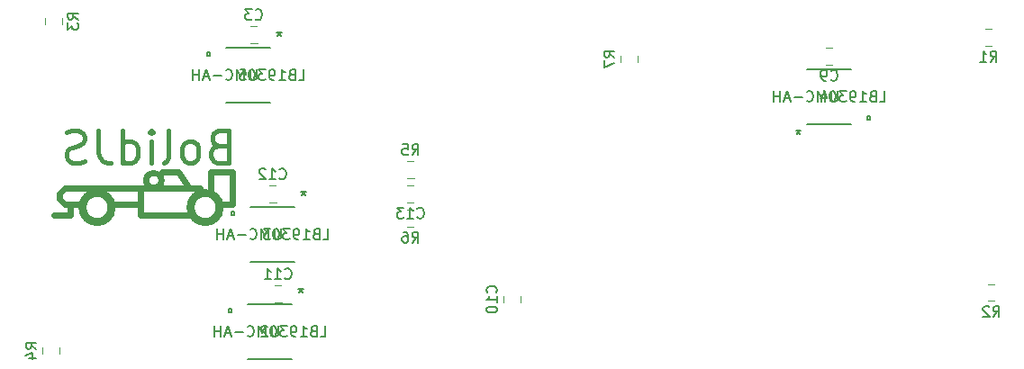
<source format=gbr>
%TF.GenerationSoftware,KiCad,Pcbnew,(5.1.6-0-10_14)*%
%TF.CreationDate,2020-10-29T22:09:48+01:00*%
%TF.ProjectId,bolidjs,626f6c69-646a-4732-9e6b-696361645f70,1.0*%
%TF.SameCoordinates,Original*%
%TF.FileFunction,Legend,Bot*%
%TF.FilePolarity,Positive*%
%FSLAX46Y46*%
G04 Gerber Fmt 4.6, Leading zero omitted, Abs format (unit mm)*
G04 Created by KiCad (PCBNEW (5.1.6-0-10_14)) date 2020-10-29 22:09:48*
%MOMM*%
%LPD*%
G01*
G04 APERTURE LIST*
%ADD10C,0.750000*%
%ADD11C,0.600000*%
%ADD12C,0.150000*%
%ADD13C,0.450000*%
%ADD14C,0.120000*%
%ADD15C,0.152400*%
G04 APERTURE END LIST*
D10*
X87473832Y-78994000D02*
G75*
G03*
X87473832Y-78994000I-1367832J0D01*
G01*
D11*
X98806000Y-75692000D02*
X96774000Y-75692000D01*
D12*
X92202000Y-77216000D02*
X94742000Y-77216000D01*
D11*
X82550000Y-77724000D02*
X82550000Y-78232000D01*
D12*
X84582000Y-78740000D02*
X85598000Y-77724000D01*
D11*
X82550000Y-78232000D02*
X83058000Y-78740000D01*
X93726000Y-75692000D02*
X92202000Y-75692000D01*
X83566000Y-79756000D02*
X82042000Y-79756000D01*
X94742000Y-77216000D02*
X93726000Y-75692000D01*
X92158420Y-76454000D02*
G75*
G03*
X92158420Y-76454000I-718420J0D01*
G01*
D10*
X97633832Y-78994000D02*
G75*
G03*
X97633832Y-78994000I-1367832J0D01*
G01*
D11*
X83058000Y-78740000D02*
X84582000Y-78740000D01*
D12*
X92202000Y-75692000D02*
X92202000Y-77216000D01*
D11*
X87630000Y-78740000D02*
X90170000Y-78740000D01*
X83058000Y-77216000D02*
X82550000Y-77724000D01*
D12*
X85598000Y-77724000D02*
X86614000Y-77724000D01*
D11*
X90170000Y-78740000D02*
X90170000Y-77216000D01*
X83566000Y-78740000D02*
X83566000Y-79756000D01*
D12*
X86614000Y-77724000D02*
X87630000Y-78740000D01*
X96774000Y-77724000D02*
X97790000Y-78740000D01*
X95758000Y-77216000D02*
X94742000Y-79756000D01*
D11*
X90170000Y-77216000D02*
X83058000Y-77216000D01*
X97790000Y-78740000D02*
X98806000Y-78740000D01*
X90170000Y-79756000D02*
X90170000Y-77216000D01*
X94742000Y-79756000D02*
X90170000Y-79756000D01*
X90170000Y-77216000D02*
X95758000Y-77216000D01*
X98806000Y-78740000D02*
X98806000Y-75692000D01*
X96774000Y-75692000D02*
X96774000Y-77724000D01*
D13*
X97503428Y-73191714D02*
X97074857Y-73334571D01*
X96932000Y-73477428D01*
X96789142Y-73763142D01*
X96789142Y-74191714D01*
X96932000Y-74477428D01*
X97074857Y-74620285D01*
X97360571Y-74763142D01*
X98503428Y-74763142D01*
X98503428Y-71763142D01*
X97503428Y-71763142D01*
X97217714Y-71906000D01*
X97074857Y-72048857D01*
X96932000Y-72334571D01*
X96932000Y-72620285D01*
X97074857Y-72906000D01*
X97217714Y-73048857D01*
X97503428Y-73191714D01*
X98503428Y-73191714D01*
X95074857Y-74763142D02*
X95360571Y-74620285D01*
X95503428Y-74477428D01*
X95646285Y-74191714D01*
X95646285Y-73334571D01*
X95503428Y-73048857D01*
X95360571Y-72906000D01*
X95074857Y-72763142D01*
X94646285Y-72763142D01*
X94360571Y-72906000D01*
X94217714Y-73048857D01*
X94074857Y-73334571D01*
X94074857Y-74191714D01*
X94217714Y-74477428D01*
X94360571Y-74620285D01*
X94646285Y-74763142D01*
X95074857Y-74763142D01*
X92360571Y-74763142D02*
X92646285Y-74620285D01*
X92789142Y-74334571D01*
X92789142Y-71763142D01*
X91217714Y-74763142D02*
X91217714Y-72763142D01*
X91217714Y-71763142D02*
X91360571Y-71906000D01*
X91217714Y-72048857D01*
X91074857Y-71906000D01*
X91217714Y-71763142D01*
X91217714Y-72048857D01*
X88503428Y-74763142D02*
X88503428Y-71763142D01*
X88503428Y-74620285D02*
X88789142Y-74763142D01*
X89360571Y-74763142D01*
X89646285Y-74620285D01*
X89789142Y-74477428D01*
X89932000Y-74191714D01*
X89932000Y-73334571D01*
X89789142Y-73048857D01*
X89646285Y-72906000D01*
X89360571Y-72763142D01*
X88789142Y-72763142D01*
X88503428Y-72906000D01*
X86217714Y-71763142D02*
X86217714Y-73906000D01*
X86360571Y-74334571D01*
X86646285Y-74620285D01*
X87074857Y-74763142D01*
X87360571Y-74763142D01*
X84932000Y-74620285D02*
X84503428Y-74763142D01*
X83789142Y-74763142D01*
X83503428Y-74620285D01*
X83360571Y-74477428D01*
X83217714Y-74191714D01*
X83217714Y-73906000D01*
X83360571Y-73620285D01*
X83503428Y-73477428D01*
X83789142Y-73334571D01*
X84360571Y-73191714D01*
X84646285Y-73048857D01*
X84789142Y-72906000D01*
X84932000Y-72620285D01*
X84932000Y-72334571D01*
X84789142Y-72048857D01*
X84646285Y-71906000D01*
X84360571Y-71763142D01*
X83646285Y-71763142D01*
X83217714Y-71906000D01*
D14*
%TO.C,R7*%
X136944000Y-64704000D02*
X136944000Y-65304000D01*
X135344000Y-64724000D02*
X135344000Y-65324000D01*
%TO.C,C3*%
X101138000Y-61938000D02*
X100538000Y-61938000D01*
X101158000Y-63538000D02*
X100558000Y-63538000D01*
%TO.C,C9*%
X154620000Y-63970000D02*
X155220000Y-63970000D01*
X154640000Y-65570000D02*
X155240000Y-65570000D01*
%TO.C,C10*%
X124295000Y-87330000D02*
X124295000Y-87930000D01*
X125895000Y-87310000D02*
X125895000Y-87910000D01*
%TO.C,C11*%
X103444000Y-87922000D02*
X102844000Y-87922000D01*
X103424000Y-86322000D02*
X102824000Y-86322000D01*
%TO.C,C12*%
X102916000Y-76924000D02*
X102316000Y-76924000D01*
X102936000Y-78524000D02*
X102336000Y-78524000D01*
%TO.C,C13*%
X115250000Y-76924000D02*
X115850000Y-76924000D01*
X115270000Y-78524000D02*
X115870000Y-78524000D01*
%TO.C,R1*%
X169606000Y-62192000D02*
X170206000Y-62192000D01*
X169626000Y-63792000D02*
X170226000Y-63792000D01*
%TO.C,R2*%
X169880000Y-87795000D02*
X170480000Y-87795000D01*
X169860000Y-86195000D02*
X170460000Y-86195000D01*
%TO.C,R3*%
X81242000Y-61788000D02*
X81242000Y-61188000D01*
X82842000Y-61768000D02*
X82842000Y-61168000D01*
%TO.C,R4*%
X80988000Y-92156000D02*
X80988000Y-92756000D01*
X82588000Y-92136000D02*
X82588000Y-92736000D01*
%TO.C,R5*%
X115890000Y-76238000D02*
X115290000Y-76238000D01*
X115870000Y-74638000D02*
X115270000Y-74638000D01*
%TO.C,R6*%
X115270000Y-80810000D02*
X115870000Y-80810000D01*
X115250000Y-79210000D02*
X115850000Y-79210000D01*
D15*
%TO.C,U2*%
X104444800Y-93256100D02*
X100279200Y-93256100D01*
X100279200Y-88099900D02*
X104444800Y-88099900D01*
X98506801Y-88487499D02*
X98506801Y-88868499D01*
X98506801Y-88868499D02*
X98760801Y-88868499D01*
X98760801Y-88868499D02*
X98760801Y-88487499D01*
X98760801Y-88487499D02*
X98506801Y-88487499D01*
%TO.C,U3*%
X99014801Y-79343499D02*
X98760801Y-79343499D01*
X99014801Y-79724499D02*
X99014801Y-79343499D01*
X98760801Y-79724499D02*
X99014801Y-79724499D01*
X98760801Y-79343499D02*
X98760801Y-79724499D01*
X100533200Y-78955900D02*
X104698800Y-78955900D01*
X104698800Y-84112100D02*
X100533200Y-84112100D01*
%TO.C,U4*%
X152857200Y-66001900D02*
X157022800Y-66001900D01*
X157022800Y-71158100D02*
X152857200Y-71158100D01*
X158795199Y-70770501D02*
X158795199Y-70389501D01*
X158795199Y-70389501D02*
X158541199Y-70389501D01*
X158541199Y-70389501D02*
X158541199Y-70770501D01*
X158541199Y-70770501D02*
X158795199Y-70770501D01*
%TO.C,U5*%
X96728801Y-64357499D02*
X96474801Y-64357499D01*
X96728801Y-64738499D02*
X96728801Y-64357499D01*
X96474801Y-64738499D02*
X96728801Y-64738499D01*
X96474801Y-64357499D02*
X96474801Y-64738499D01*
X98247200Y-63969900D02*
X102412800Y-63969900D01*
X102412800Y-69126100D02*
X98247200Y-69126100D01*
%TO.C,R7*%
D12*
X134756380Y-64857333D02*
X134280190Y-64524000D01*
X134756380Y-64285904D02*
X133756380Y-64285904D01*
X133756380Y-64666857D01*
X133804000Y-64762095D01*
X133851619Y-64809714D01*
X133946857Y-64857333D01*
X134089714Y-64857333D01*
X134184952Y-64809714D01*
X134232571Y-64762095D01*
X134280190Y-64666857D01*
X134280190Y-64285904D01*
X133756380Y-65190666D02*
X133756380Y-65857333D01*
X134756380Y-65428761D01*
%TO.C,C3*%
X101004666Y-61255142D02*
X101052285Y-61302761D01*
X101195142Y-61350380D01*
X101290380Y-61350380D01*
X101433238Y-61302761D01*
X101528476Y-61207523D01*
X101576095Y-61112285D01*
X101623714Y-60921809D01*
X101623714Y-60778952D01*
X101576095Y-60588476D01*
X101528476Y-60493238D01*
X101433238Y-60398000D01*
X101290380Y-60350380D01*
X101195142Y-60350380D01*
X101052285Y-60398000D01*
X101004666Y-60445619D01*
X100671333Y-60350380D02*
X100052285Y-60350380D01*
X100385619Y-60731333D01*
X100242761Y-60731333D01*
X100147523Y-60778952D01*
X100099904Y-60826571D01*
X100052285Y-60921809D01*
X100052285Y-61159904D01*
X100099904Y-61255142D01*
X100147523Y-61302761D01*
X100242761Y-61350380D01*
X100528476Y-61350380D01*
X100623714Y-61302761D01*
X100671333Y-61255142D01*
%TO.C,C9*%
X155106666Y-66967142D02*
X155154285Y-67014761D01*
X155297142Y-67062380D01*
X155392380Y-67062380D01*
X155535238Y-67014761D01*
X155630476Y-66919523D01*
X155678095Y-66824285D01*
X155725714Y-66633809D01*
X155725714Y-66490952D01*
X155678095Y-66300476D01*
X155630476Y-66205238D01*
X155535238Y-66110000D01*
X155392380Y-66062380D01*
X155297142Y-66062380D01*
X155154285Y-66110000D01*
X155106666Y-66157619D01*
X154630476Y-67062380D02*
X154440000Y-67062380D01*
X154344761Y-67014761D01*
X154297142Y-66967142D01*
X154201904Y-66824285D01*
X154154285Y-66633809D01*
X154154285Y-66252857D01*
X154201904Y-66157619D01*
X154249523Y-66110000D01*
X154344761Y-66062380D01*
X154535238Y-66062380D01*
X154630476Y-66110000D01*
X154678095Y-66157619D01*
X154725714Y-66252857D01*
X154725714Y-66490952D01*
X154678095Y-66586190D01*
X154630476Y-66633809D01*
X154535238Y-66681428D01*
X154344761Y-66681428D01*
X154249523Y-66633809D01*
X154201904Y-66586190D01*
X154154285Y-66490952D01*
%TO.C,C10*%
X123612142Y-86987142D02*
X123659761Y-86939523D01*
X123707380Y-86796666D01*
X123707380Y-86701428D01*
X123659761Y-86558571D01*
X123564523Y-86463333D01*
X123469285Y-86415714D01*
X123278809Y-86368095D01*
X123135952Y-86368095D01*
X122945476Y-86415714D01*
X122850238Y-86463333D01*
X122755000Y-86558571D01*
X122707380Y-86701428D01*
X122707380Y-86796666D01*
X122755000Y-86939523D01*
X122802619Y-86987142D01*
X123707380Y-87939523D02*
X123707380Y-87368095D01*
X123707380Y-87653809D02*
X122707380Y-87653809D01*
X122850238Y-87558571D01*
X122945476Y-87463333D01*
X122993095Y-87368095D01*
X122707380Y-88558571D02*
X122707380Y-88653809D01*
X122755000Y-88749047D01*
X122802619Y-88796666D01*
X122897857Y-88844285D01*
X123088333Y-88891904D01*
X123326428Y-88891904D01*
X123516904Y-88844285D01*
X123612142Y-88796666D01*
X123659761Y-88749047D01*
X123707380Y-88653809D01*
X123707380Y-88558571D01*
X123659761Y-88463333D01*
X123612142Y-88415714D01*
X123516904Y-88368095D01*
X123326428Y-88320476D01*
X123088333Y-88320476D01*
X122897857Y-88368095D01*
X122802619Y-88415714D01*
X122755000Y-88463333D01*
X122707380Y-88558571D01*
%TO.C,C11*%
X103766857Y-85639142D02*
X103814476Y-85686761D01*
X103957333Y-85734380D01*
X104052571Y-85734380D01*
X104195428Y-85686761D01*
X104290666Y-85591523D01*
X104338285Y-85496285D01*
X104385904Y-85305809D01*
X104385904Y-85162952D01*
X104338285Y-84972476D01*
X104290666Y-84877238D01*
X104195428Y-84782000D01*
X104052571Y-84734380D01*
X103957333Y-84734380D01*
X103814476Y-84782000D01*
X103766857Y-84829619D01*
X102814476Y-85734380D02*
X103385904Y-85734380D01*
X103100190Y-85734380D02*
X103100190Y-84734380D01*
X103195428Y-84877238D01*
X103290666Y-84972476D01*
X103385904Y-85020095D01*
X101862095Y-85734380D02*
X102433523Y-85734380D01*
X102147809Y-85734380D02*
X102147809Y-84734380D01*
X102243047Y-84877238D01*
X102338285Y-84972476D01*
X102433523Y-85020095D01*
%TO.C,C12*%
X103258857Y-76241142D02*
X103306476Y-76288761D01*
X103449333Y-76336380D01*
X103544571Y-76336380D01*
X103687428Y-76288761D01*
X103782666Y-76193523D01*
X103830285Y-76098285D01*
X103877904Y-75907809D01*
X103877904Y-75764952D01*
X103830285Y-75574476D01*
X103782666Y-75479238D01*
X103687428Y-75384000D01*
X103544571Y-75336380D01*
X103449333Y-75336380D01*
X103306476Y-75384000D01*
X103258857Y-75431619D01*
X102306476Y-76336380D02*
X102877904Y-76336380D01*
X102592190Y-76336380D02*
X102592190Y-75336380D01*
X102687428Y-75479238D01*
X102782666Y-75574476D01*
X102877904Y-75622095D01*
X101925523Y-75431619D02*
X101877904Y-75384000D01*
X101782666Y-75336380D01*
X101544571Y-75336380D01*
X101449333Y-75384000D01*
X101401714Y-75431619D01*
X101354095Y-75526857D01*
X101354095Y-75622095D01*
X101401714Y-75764952D01*
X101973142Y-76336380D01*
X101354095Y-76336380D01*
%TO.C,C13*%
X116212857Y-79921142D02*
X116260476Y-79968761D01*
X116403333Y-80016380D01*
X116498571Y-80016380D01*
X116641428Y-79968761D01*
X116736666Y-79873523D01*
X116784285Y-79778285D01*
X116831904Y-79587809D01*
X116831904Y-79444952D01*
X116784285Y-79254476D01*
X116736666Y-79159238D01*
X116641428Y-79064000D01*
X116498571Y-79016380D01*
X116403333Y-79016380D01*
X116260476Y-79064000D01*
X116212857Y-79111619D01*
X115260476Y-80016380D02*
X115831904Y-80016380D01*
X115546190Y-80016380D02*
X115546190Y-79016380D01*
X115641428Y-79159238D01*
X115736666Y-79254476D01*
X115831904Y-79302095D01*
X114927142Y-79016380D02*
X114308095Y-79016380D01*
X114641428Y-79397333D01*
X114498571Y-79397333D01*
X114403333Y-79444952D01*
X114355714Y-79492571D01*
X114308095Y-79587809D01*
X114308095Y-79825904D01*
X114355714Y-79921142D01*
X114403333Y-79968761D01*
X114498571Y-80016380D01*
X114784285Y-80016380D01*
X114879523Y-79968761D01*
X114927142Y-79921142D01*
%TO.C,R1*%
X170092666Y-65284380D02*
X170426000Y-64808190D01*
X170664095Y-65284380D02*
X170664095Y-64284380D01*
X170283142Y-64284380D01*
X170187904Y-64332000D01*
X170140285Y-64379619D01*
X170092666Y-64474857D01*
X170092666Y-64617714D01*
X170140285Y-64712952D01*
X170187904Y-64760571D01*
X170283142Y-64808190D01*
X170664095Y-64808190D01*
X169140285Y-65284380D02*
X169711714Y-65284380D01*
X169426000Y-65284380D02*
X169426000Y-64284380D01*
X169521238Y-64427238D01*
X169616476Y-64522476D01*
X169711714Y-64570095D01*
%TO.C,R2*%
X170346666Y-89287380D02*
X170680000Y-88811190D01*
X170918095Y-89287380D02*
X170918095Y-88287380D01*
X170537142Y-88287380D01*
X170441904Y-88335000D01*
X170394285Y-88382619D01*
X170346666Y-88477857D01*
X170346666Y-88620714D01*
X170394285Y-88715952D01*
X170441904Y-88763571D01*
X170537142Y-88811190D01*
X170918095Y-88811190D01*
X169965714Y-88382619D02*
X169918095Y-88335000D01*
X169822857Y-88287380D01*
X169584761Y-88287380D01*
X169489523Y-88335000D01*
X169441904Y-88382619D01*
X169394285Y-88477857D01*
X169394285Y-88573095D01*
X169441904Y-88715952D01*
X170013333Y-89287380D01*
X169394285Y-89287380D01*
%TO.C,R3*%
X84334380Y-61301333D02*
X83858190Y-60968000D01*
X84334380Y-60729904D02*
X83334380Y-60729904D01*
X83334380Y-61110857D01*
X83382000Y-61206095D01*
X83429619Y-61253714D01*
X83524857Y-61301333D01*
X83667714Y-61301333D01*
X83762952Y-61253714D01*
X83810571Y-61206095D01*
X83858190Y-61110857D01*
X83858190Y-60729904D01*
X83334380Y-61634666D02*
X83334380Y-62253714D01*
X83715333Y-61920380D01*
X83715333Y-62063238D01*
X83762952Y-62158476D01*
X83810571Y-62206095D01*
X83905809Y-62253714D01*
X84143904Y-62253714D01*
X84239142Y-62206095D01*
X84286761Y-62158476D01*
X84334380Y-62063238D01*
X84334380Y-61777523D01*
X84286761Y-61682285D01*
X84239142Y-61634666D01*
%TO.C,R4*%
X80400380Y-92289333D02*
X79924190Y-91956000D01*
X80400380Y-91717904D02*
X79400380Y-91717904D01*
X79400380Y-92098857D01*
X79448000Y-92194095D01*
X79495619Y-92241714D01*
X79590857Y-92289333D01*
X79733714Y-92289333D01*
X79828952Y-92241714D01*
X79876571Y-92194095D01*
X79924190Y-92098857D01*
X79924190Y-91717904D01*
X79733714Y-93146476D02*
X80400380Y-93146476D01*
X79352761Y-92908380D02*
X80067047Y-92670285D01*
X80067047Y-93289333D01*
%TO.C,R5*%
X115736666Y-74050380D02*
X116070000Y-73574190D01*
X116308095Y-74050380D02*
X116308095Y-73050380D01*
X115927142Y-73050380D01*
X115831904Y-73098000D01*
X115784285Y-73145619D01*
X115736666Y-73240857D01*
X115736666Y-73383714D01*
X115784285Y-73478952D01*
X115831904Y-73526571D01*
X115927142Y-73574190D01*
X116308095Y-73574190D01*
X114831904Y-73050380D02*
X115308095Y-73050380D01*
X115355714Y-73526571D01*
X115308095Y-73478952D01*
X115212857Y-73431333D01*
X114974761Y-73431333D01*
X114879523Y-73478952D01*
X114831904Y-73526571D01*
X114784285Y-73621809D01*
X114784285Y-73859904D01*
X114831904Y-73955142D01*
X114879523Y-74002761D01*
X114974761Y-74050380D01*
X115212857Y-74050380D01*
X115308095Y-74002761D01*
X115355714Y-73955142D01*
%TO.C,R6*%
X115736666Y-82302380D02*
X116070000Y-81826190D01*
X116308095Y-82302380D02*
X116308095Y-81302380D01*
X115927142Y-81302380D01*
X115831904Y-81350000D01*
X115784285Y-81397619D01*
X115736666Y-81492857D01*
X115736666Y-81635714D01*
X115784285Y-81730952D01*
X115831904Y-81778571D01*
X115927142Y-81826190D01*
X116308095Y-81826190D01*
X114879523Y-81302380D02*
X115070000Y-81302380D01*
X115165238Y-81350000D01*
X115212857Y-81397619D01*
X115308095Y-81540476D01*
X115355714Y-81730952D01*
X115355714Y-82111904D01*
X115308095Y-82207142D01*
X115260476Y-82254761D01*
X115165238Y-82302380D01*
X114974761Y-82302380D01*
X114879523Y-82254761D01*
X114831904Y-82207142D01*
X114784285Y-82111904D01*
X114784285Y-81873809D01*
X114831904Y-81778571D01*
X114879523Y-81730952D01*
X114974761Y-81683333D01*
X115165238Y-81683333D01*
X115260476Y-81730952D01*
X115308095Y-81778571D01*
X115355714Y-81873809D01*
%TO.C,U2*%
X103123904Y-90130380D02*
X103123904Y-90939904D01*
X103076285Y-91035142D01*
X103028666Y-91082761D01*
X102933428Y-91130380D01*
X102742952Y-91130380D01*
X102647714Y-91082761D01*
X102600095Y-91035142D01*
X102552476Y-90939904D01*
X102552476Y-90130380D01*
X102123904Y-90225619D02*
X102076285Y-90178000D01*
X101981047Y-90130380D01*
X101742952Y-90130380D01*
X101647714Y-90178000D01*
X101600095Y-90225619D01*
X101552476Y-90320857D01*
X101552476Y-90416095D01*
X101600095Y-90558952D01*
X102171523Y-91130380D01*
X101552476Y-91130380D01*
X107100095Y-91130380D02*
X107576285Y-91130380D01*
X107576285Y-90130380D01*
X106433428Y-90606571D02*
X106290571Y-90654190D01*
X106242952Y-90701809D01*
X106195333Y-90797047D01*
X106195333Y-90939904D01*
X106242952Y-91035142D01*
X106290571Y-91082761D01*
X106385809Y-91130380D01*
X106766761Y-91130380D01*
X106766761Y-90130380D01*
X106433428Y-90130380D01*
X106338190Y-90178000D01*
X106290571Y-90225619D01*
X106242952Y-90320857D01*
X106242952Y-90416095D01*
X106290571Y-90511333D01*
X106338190Y-90558952D01*
X106433428Y-90606571D01*
X106766761Y-90606571D01*
X105242952Y-91130380D02*
X105814380Y-91130380D01*
X105528666Y-91130380D02*
X105528666Y-90130380D01*
X105623904Y-90273238D01*
X105719142Y-90368476D01*
X105814380Y-90416095D01*
X104766761Y-91130380D02*
X104576285Y-91130380D01*
X104481047Y-91082761D01*
X104433428Y-91035142D01*
X104338190Y-90892285D01*
X104290571Y-90701809D01*
X104290571Y-90320857D01*
X104338190Y-90225619D01*
X104385809Y-90178000D01*
X104481047Y-90130380D01*
X104671523Y-90130380D01*
X104766761Y-90178000D01*
X104814380Y-90225619D01*
X104862000Y-90320857D01*
X104862000Y-90558952D01*
X104814380Y-90654190D01*
X104766761Y-90701809D01*
X104671523Y-90749428D01*
X104481047Y-90749428D01*
X104385809Y-90701809D01*
X104338190Y-90654190D01*
X104290571Y-90558952D01*
X103957238Y-90130380D02*
X103338190Y-90130380D01*
X103671523Y-90511333D01*
X103528666Y-90511333D01*
X103433428Y-90558952D01*
X103385809Y-90606571D01*
X103338190Y-90701809D01*
X103338190Y-90939904D01*
X103385809Y-91035142D01*
X103433428Y-91082761D01*
X103528666Y-91130380D01*
X103814380Y-91130380D01*
X103909619Y-91082761D01*
X103957238Y-91035142D01*
X102719142Y-90130380D02*
X102623904Y-90130380D01*
X102528666Y-90178000D01*
X102481047Y-90225619D01*
X102433428Y-90320857D01*
X102385809Y-90511333D01*
X102385809Y-90749428D01*
X102433428Y-90939904D01*
X102481047Y-91035142D01*
X102528666Y-91082761D01*
X102623904Y-91130380D01*
X102719142Y-91130380D01*
X102814380Y-91082761D01*
X102862000Y-91035142D01*
X102909619Y-90939904D01*
X102957238Y-90749428D01*
X102957238Y-90511333D01*
X102909619Y-90320857D01*
X102862000Y-90225619D01*
X102814380Y-90178000D01*
X102719142Y-90130380D01*
X101957238Y-91130380D02*
X101957238Y-90130380D01*
X101623904Y-90844666D01*
X101290571Y-90130380D01*
X101290571Y-91130380D01*
X100242952Y-91035142D02*
X100290571Y-91082761D01*
X100433428Y-91130380D01*
X100528666Y-91130380D01*
X100671523Y-91082761D01*
X100766761Y-90987523D01*
X100814380Y-90892285D01*
X100862000Y-90701809D01*
X100862000Y-90558952D01*
X100814380Y-90368476D01*
X100766761Y-90273238D01*
X100671523Y-90178000D01*
X100528666Y-90130380D01*
X100433428Y-90130380D01*
X100290571Y-90178000D01*
X100242952Y-90225619D01*
X99814380Y-90749428D02*
X99052476Y-90749428D01*
X98623904Y-90844666D02*
X98147714Y-90844666D01*
X98719142Y-91130380D02*
X98385809Y-90130380D01*
X98052476Y-91130380D01*
X97719142Y-91130380D02*
X97719142Y-90130380D01*
X97719142Y-90606571D02*
X97147714Y-90606571D01*
X97147714Y-91130380D02*
X97147714Y-90130380D01*
X105267500Y-86530980D02*
X105267500Y-86769076D01*
X105505595Y-86673838D02*
X105267500Y-86769076D01*
X105029404Y-86673838D01*
X105410357Y-86959552D02*
X105267500Y-86769076D01*
X105124642Y-86959552D01*
X105267500Y-86530980D02*
X105267500Y-86769076D01*
X105505595Y-86673838D02*
X105267500Y-86769076D01*
X105029404Y-86673838D01*
X105410357Y-86959552D02*
X105267500Y-86769076D01*
X105124642Y-86959552D01*
%TO.C,U3*%
X103377904Y-80986380D02*
X103377904Y-81795904D01*
X103330285Y-81891142D01*
X103282666Y-81938761D01*
X103187428Y-81986380D01*
X102996952Y-81986380D01*
X102901714Y-81938761D01*
X102854095Y-81891142D01*
X102806476Y-81795904D01*
X102806476Y-80986380D01*
X102425523Y-80986380D02*
X101806476Y-80986380D01*
X102139809Y-81367333D01*
X101996952Y-81367333D01*
X101901714Y-81414952D01*
X101854095Y-81462571D01*
X101806476Y-81557809D01*
X101806476Y-81795904D01*
X101854095Y-81891142D01*
X101901714Y-81938761D01*
X101996952Y-81986380D01*
X102282666Y-81986380D01*
X102377904Y-81938761D01*
X102425523Y-81891142D01*
X107354095Y-81986380D02*
X107830285Y-81986380D01*
X107830285Y-80986380D01*
X106687428Y-81462571D02*
X106544571Y-81510190D01*
X106496952Y-81557809D01*
X106449333Y-81653047D01*
X106449333Y-81795904D01*
X106496952Y-81891142D01*
X106544571Y-81938761D01*
X106639809Y-81986380D01*
X107020761Y-81986380D01*
X107020761Y-80986380D01*
X106687428Y-80986380D01*
X106592190Y-81034000D01*
X106544571Y-81081619D01*
X106496952Y-81176857D01*
X106496952Y-81272095D01*
X106544571Y-81367333D01*
X106592190Y-81414952D01*
X106687428Y-81462571D01*
X107020761Y-81462571D01*
X105496952Y-81986380D02*
X106068380Y-81986380D01*
X105782666Y-81986380D02*
X105782666Y-80986380D01*
X105877904Y-81129238D01*
X105973142Y-81224476D01*
X106068380Y-81272095D01*
X105020761Y-81986380D02*
X104830285Y-81986380D01*
X104735047Y-81938761D01*
X104687428Y-81891142D01*
X104592190Y-81748285D01*
X104544571Y-81557809D01*
X104544571Y-81176857D01*
X104592190Y-81081619D01*
X104639809Y-81034000D01*
X104735047Y-80986380D01*
X104925523Y-80986380D01*
X105020761Y-81034000D01*
X105068380Y-81081619D01*
X105116000Y-81176857D01*
X105116000Y-81414952D01*
X105068380Y-81510190D01*
X105020761Y-81557809D01*
X104925523Y-81605428D01*
X104735047Y-81605428D01*
X104639809Y-81557809D01*
X104592190Y-81510190D01*
X104544571Y-81414952D01*
X104211238Y-80986380D02*
X103592190Y-80986380D01*
X103925523Y-81367333D01*
X103782666Y-81367333D01*
X103687428Y-81414952D01*
X103639809Y-81462571D01*
X103592190Y-81557809D01*
X103592190Y-81795904D01*
X103639809Y-81891142D01*
X103687428Y-81938761D01*
X103782666Y-81986380D01*
X104068380Y-81986380D01*
X104163619Y-81938761D01*
X104211238Y-81891142D01*
X102973142Y-80986380D02*
X102877904Y-80986380D01*
X102782666Y-81034000D01*
X102735047Y-81081619D01*
X102687428Y-81176857D01*
X102639809Y-81367333D01*
X102639809Y-81605428D01*
X102687428Y-81795904D01*
X102735047Y-81891142D01*
X102782666Y-81938761D01*
X102877904Y-81986380D01*
X102973142Y-81986380D01*
X103068380Y-81938761D01*
X103116000Y-81891142D01*
X103163619Y-81795904D01*
X103211238Y-81605428D01*
X103211238Y-81367333D01*
X103163619Y-81176857D01*
X103116000Y-81081619D01*
X103068380Y-81034000D01*
X102973142Y-80986380D01*
X102211238Y-81986380D02*
X102211238Y-80986380D01*
X101877904Y-81700666D01*
X101544571Y-80986380D01*
X101544571Y-81986380D01*
X100496952Y-81891142D02*
X100544571Y-81938761D01*
X100687428Y-81986380D01*
X100782666Y-81986380D01*
X100925523Y-81938761D01*
X101020761Y-81843523D01*
X101068380Y-81748285D01*
X101116000Y-81557809D01*
X101116000Y-81414952D01*
X101068380Y-81224476D01*
X101020761Y-81129238D01*
X100925523Y-81034000D01*
X100782666Y-80986380D01*
X100687428Y-80986380D01*
X100544571Y-81034000D01*
X100496952Y-81081619D01*
X100068380Y-81605428D02*
X99306476Y-81605428D01*
X98877904Y-81700666D02*
X98401714Y-81700666D01*
X98973142Y-81986380D02*
X98639809Y-80986380D01*
X98306476Y-81986380D01*
X97973142Y-81986380D02*
X97973142Y-80986380D01*
X97973142Y-81462571D02*
X97401714Y-81462571D01*
X97401714Y-81986380D02*
X97401714Y-80986380D01*
X105521500Y-77386980D02*
X105521500Y-77625076D01*
X105759595Y-77529838D02*
X105521500Y-77625076D01*
X105283404Y-77529838D01*
X105664357Y-77815552D02*
X105521500Y-77625076D01*
X105378642Y-77815552D01*
X105521500Y-77386980D02*
X105521500Y-77625076D01*
X105759595Y-77529838D02*
X105521500Y-77625076D01*
X105283404Y-77529838D01*
X105664357Y-77815552D02*
X105521500Y-77625076D01*
X105378642Y-77815552D01*
%TO.C,U4*%
X155701904Y-68032380D02*
X155701904Y-68841904D01*
X155654285Y-68937142D01*
X155606666Y-68984761D01*
X155511428Y-69032380D01*
X155320952Y-69032380D01*
X155225714Y-68984761D01*
X155178095Y-68937142D01*
X155130476Y-68841904D01*
X155130476Y-68032380D01*
X154225714Y-68365714D02*
X154225714Y-69032380D01*
X154463809Y-67984761D02*
X154701904Y-68699047D01*
X154082857Y-68699047D01*
X159678095Y-69032380D02*
X160154285Y-69032380D01*
X160154285Y-68032380D01*
X159011428Y-68508571D02*
X158868571Y-68556190D01*
X158820952Y-68603809D01*
X158773333Y-68699047D01*
X158773333Y-68841904D01*
X158820952Y-68937142D01*
X158868571Y-68984761D01*
X158963809Y-69032380D01*
X159344761Y-69032380D01*
X159344761Y-68032380D01*
X159011428Y-68032380D01*
X158916190Y-68080000D01*
X158868571Y-68127619D01*
X158820952Y-68222857D01*
X158820952Y-68318095D01*
X158868571Y-68413333D01*
X158916190Y-68460952D01*
X159011428Y-68508571D01*
X159344761Y-68508571D01*
X157820952Y-69032380D02*
X158392380Y-69032380D01*
X158106666Y-69032380D02*
X158106666Y-68032380D01*
X158201904Y-68175238D01*
X158297142Y-68270476D01*
X158392380Y-68318095D01*
X157344761Y-69032380D02*
X157154285Y-69032380D01*
X157059047Y-68984761D01*
X157011428Y-68937142D01*
X156916190Y-68794285D01*
X156868571Y-68603809D01*
X156868571Y-68222857D01*
X156916190Y-68127619D01*
X156963809Y-68080000D01*
X157059047Y-68032380D01*
X157249523Y-68032380D01*
X157344761Y-68080000D01*
X157392380Y-68127619D01*
X157440000Y-68222857D01*
X157440000Y-68460952D01*
X157392380Y-68556190D01*
X157344761Y-68603809D01*
X157249523Y-68651428D01*
X157059047Y-68651428D01*
X156963809Y-68603809D01*
X156916190Y-68556190D01*
X156868571Y-68460952D01*
X156535238Y-68032380D02*
X155916190Y-68032380D01*
X156249523Y-68413333D01*
X156106666Y-68413333D01*
X156011428Y-68460952D01*
X155963809Y-68508571D01*
X155916190Y-68603809D01*
X155916190Y-68841904D01*
X155963809Y-68937142D01*
X156011428Y-68984761D01*
X156106666Y-69032380D01*
X156392380Y-69032380D01*
X156487619Y-68984761D01*
X156535238Y-68937142D01*
X155297142Y-68032380D02*
X155201904Y-68032380D01*
X155106666Y-68080000D01*
X155059047Y-68127619D01*
X155011428Y-68222857D01*
X154963809Y-68413333D01*
X154963809Y-68651428D01*
X155011428Y-68841904D01*
X155059047Y-68937142D01*
X155106666Y-68984761D01*
X155201904Y-69032380D01*
X155297142Y-69032380D01*
X155392380Y-68984761D01*
X155440000Y-68937142D01*
X155487619Y-68841904D01*
X155535238Y-68651428D01*
X155535238Y-68413333D01*
X155487619Y-68222857D01*
X155440000Y-68127619D01*
X155392380Y-68080000D01*
X155297142Y-68032380D01*
X154535238Y-69032380D02*
X154535238Y-68032380D01*
X154201904Y-68746666D01*
X153868571Y-68032380D01*
X153868571Y-69032380D01*
X152820952Y-68937142D02*
X152868571Y-68984761D01*
X153011428Y-69032380D01*
X153106666Y-69032380D01*
X153249523Y-68984761D01*
X153344761Y-68889523D01*
X153392380Y-68794285D01*
X153440000Y-68603809D01*
X153440000Y-68460952D01*
X153392380Y-68270476D01*
X153344761Y-68175238D01*
X153249523Y-68080000D01*
X153106666Y-68032380D01*
X153011428Y-68032380D01*
X152868571Y-68080000D01*
X152820952Y-68127619D01*
X152392380Y-68651428D02*
X151630476Y-68651428D01*
X151201904Y-68746666D02*
X150725714Y-68746666D01*
X151297142Y-69032380D02*
X150963809Y-68032380D01*
X150630476Y-69032380D01*
X150297142Y-69032380D02*
X150297142Y-68032380D01*
X150297142Y-68508571D02*
X149725714Y-68508571D01*
X149725714Y-69032380D02*
X149725714Y-68032380D01*
X152034500Y-71631780D02*
X152034500Y-71869876D01*
X152272595Y-71774638D02*
X152034500Y-71869876D01*
X151796404Y-71774638D01*
X152177357Y-72060352D02*
X152034500Y-71869876D01*
X151891642Y-72060352D01*
X152034500Y-71631780D02*
X152034500Y-71869876D01*
X152272595Y-71774638D02*
X152034500Y-71869876D01*
X151796404Y-71774638D01*
X152177357Y-72060352D02*
X152034500Y-71869876D01*
X151891642Y-72060352D01*
%TO.C,U5*%
X101091904Y-66000380D02*
X101091904Y-66809904D01*
X101044285Y-66905142D01*
X100996666Y-66952761D01*
X100901428Y-67000380D01*
X100710952Y-67000380D01*
X100615714Y-66952761D01*
X100568095Y-66905142D01*
X100520476Y-66809904D01*
X100520476Y-66000380D01*
X99568095Y-66000380D02*
X100044285Y-66000380D01*
X100091904Y-66476571D01*
X100044285Y-66428952D01*
X99949047Y-66381333D01*
X99710952Y-66381333D01*
X99615714Y-66428952D01*
X99568095Y-66476571D01*
X99520476Y-66571809D01*
X99520476Y-66809904D01*
X99568095Y-66905142D01*
X99615714Y-66952761D01*
X99710952Y-67000380D01*
X99949047Y-67000380D01*
X100044285Y-66952761D01*
X100091904Y-66905142D01*
X105068095Y-67000380D02*
X105544285Y-67000380D01*
X105544285Y-66000380D01*
X104401428Y-66476571D02*
X104258571Y-66524190D01*
X104210952Y-66571809D01*
X104163333Y-66667047D01*
X104163333Y-66809904D01*
X104210952Y-66905142D01*
X104258571Y-66952761D01*
X104353809Y-67000380D01*
X104734761Y-67000380D01*
X104734761Y-66000380D01*
X104401428Y-66000380D01*
X104306190Y-66048000D01*
X104258571Y-66095619D01*
X104210952Y-66190857D01*
X104210952Y-66286095D01*
X104258571Y-66381333D01*
X104306190Y-66428952D01*
X104401428Y-66476571D01*
X104734761Y-66476571D01*
X103210952Y-67000380D02*
X103782380Y-67000380D01*
X103496666Y-67000380D02*
X103496666Y-66000380D01*
X103591904Y-66143238D01*
X103687142Y-66238476D01*
X103782380Y-66286095D01*
X102734761Y-67000380D02*
X102544285Y-67000380D01*
X102449047Y-66952761D01*
X102401428Y-66905142D01*
X102306190Y-66762285D01*
X102258571Y-66571809D01*
X102258571Y-66190857D01*
X102306190Y-66095619D01*
X102353809Y-66048000D01*
X102449047Y-66000380D01*
X102639523Y-66000380D01*
X102734761Y-66048000D01*
X102782380Y-66095619D01*
X102830000Y-66190857D01*
X102830000Y-66428952D01*
X102782380Y-66524190D01*
X102734761Y-66571809D01*
X102639523Y-66619428D01*
X102449047Y-66619428D01*
X102353809Y-66571809D01*
X102306190Y-66524190D01*
X102258571Y-66428952D01*
X101925238Y-66000380D02*
X101306190Y-66000380D01*
X101639523Y-66381333D01*
X101496666Y-66381333D01*
X101401428Y-66428952D01*
X101353809Y-66476571D01*
X101306190Y-66571809D01*
X101306190Y-66809904D01*
X101353809Y-66905142D01*
X101401428Y-66952761D01*
X101496666Y-67000380D01*
X101782380Y-67000380D01*
X101877619Y-66952761D01*
X101925238Y-66905142D01*
X100687142Y-66000380D02*
X100591904Y-66000380D01*
X100496666Y-66048000D01*
X100449047Y-66095619D01*
X100401428Y-66190857D01*
X100353809Y-66381333D01*
X100353809Y-66619428D01*
X100401428Y-66809904D01*
X100449047Y-66905142D01*
X100496666Y-66952761D01*
X100591904Y-67000380D01*
X100687142Y-67000380D01*
X100782380Y-66952761D01*
X100830000Y-66905142D01*
X100877619Y-66809904D01*
X100925238Y-66619428D01*
X100925238Y-66381333D01*
X100877619Y-66190857D01*
X100830000Y-66095619D01*
X100782380Y-66048000D01*
X100687142Y-66000380D01*
X99925238Y-67000380D02*
X99925238Y-66000380D01*
X99591904Y-66714666D01*
X99258571Y-66000380D01*
X99258571Y-67000380D01*
X98210952Y-66905142D02*
X98258571Y-66952761D01*
X98401428Y-67000380D01*
X98496666Y-67000380D01*
X98639523Y-66952761D01*
X98734761Y-66857523D01*
X98782380Y-66762285D01*
X98830000Y-66571809D01*
X98830000Y-66428952D01*
X98782380Y-66238476D01*
X98734761Y-66143238D01*
X98639523Y-66048000D01*
X98496666Y-66000380D01*
X98401428Y-66000380D01*
X98258571Y-66048000D01*
X98210952Y-66095619D01*
X97782380Y-66619428D02*
X97020476Y-66619428D01*
X96591904Y-66714666D02*
X96115714Y-66714666D01*
X96687142Y-67000380D02*
X96353809Y-66000380D01*
X96020476Y-67000380D01*
X95687142Y-67000380D02*
X95687142Y-66000380D01*
X95687142Y-66476571D02*
X95115714Y-66476571D01*
X95115714Y-67000380D02*
X95115714Y-66000380D01*
X103235500Y-62400980D02*
X103235500Y-62639076D01*
X103473595Y-62543838D02*
X103235500Y-62639076D01*
X102997404Y-62543838D01*
X103378357Y-62829552D02*
X103235500Y-62639076D01*
X103092642Y-62829552D01*
X103235500Y-62400980D02*
X103235500Y-62639076D01*
X103473595Y-62543838D02*
X103235500Y-62639076D01*
X102997404Y-62543838D01*
X103378357Y-62829552D02*
X103235500Y-62639076D01*
X103092642Y-62829552D01*
%TD*%
M02*

</source>
